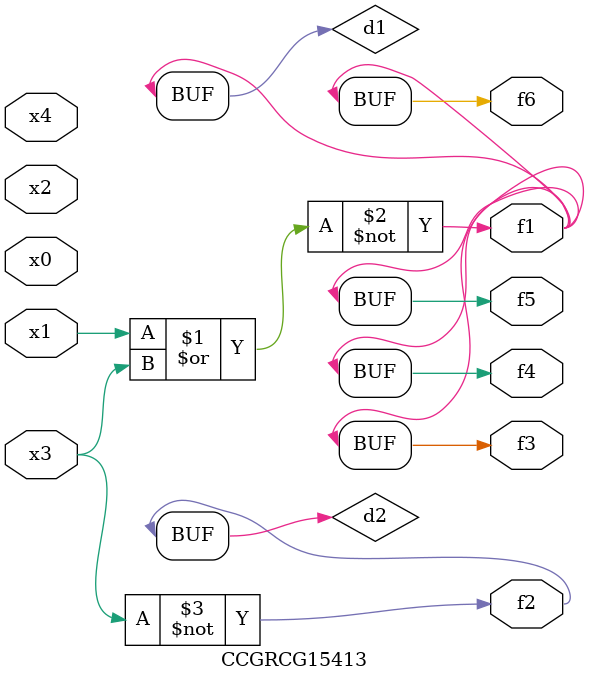
<source format=v>
module CCGRCG15413(
	input x0, x1, x2, x3, x4,
	output f1, f2, f3, f4, f5, f6
);

	wire d1, d2;

	nor (d1, x1, x3);
	not (d2, x3);
	assign f1 = d1;
	assign f2 = d2;
	assign f3 = d1;
	assign f4 = d1;
	assign f5 = d1;
	assign f6 = d1;
endmodule

</source>
